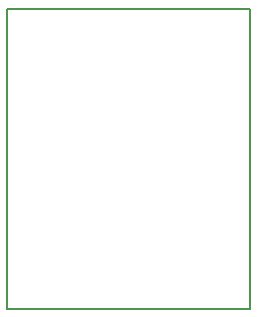
<source format=gbr>
G04 DipTrace 3.1.0.1*
G04 BoardOutline.gbr*
%MOIN*%
G04 #@! TF.FileFunction,Profile*
G04 #@! TF.Part,Single*
%ADD11C,0.005512*%
%FSLAX26Y26*%
G04*
G70*
G90*
G75*
G01*
G04 BoardOutline*
%LPD*%
X394000Y394000D2*
D11*
X1204000D1*
Y1394000D1*
X394000D1*
Y394000D1*
M02*

</source>
